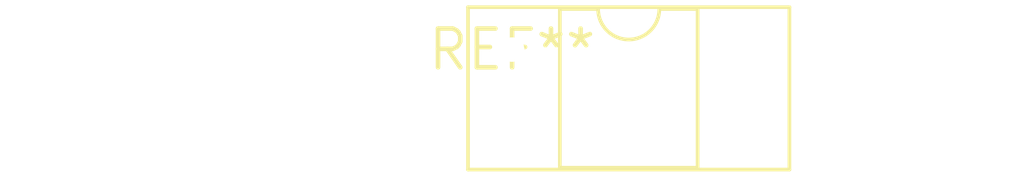
<source format=kicad_pcb>
(kicad_pcb (version 20240108) (generator pcbnew)
  (layers (0 "F.Cu" signal) (31 "B.Cu" signal) (34 "B.Paste" user) (35 "F.Paste" user) (36 "B.SilkS" user "B.Silkscreen") (37 "F.SilkS" user "F.Silkscreen") (38 "B.Mask" user) (39 "F.Mask" user) (44 "Edge.Cuts" user))
  (net 0 "")
  (footprint "DIP-4_W7.62mm_Socket_LongPads" (layer "F.Cu") (at 0 0)
    (property "Reference" "REF**")
    (property "Value" "DIP-4_W7.62mm_Socket_LongPads")
    (fp_line (start -1.44 -1.39) (end -1.44 3.93) (layer "F.SilkS") (stroke (width 0.12)))
    (fp_line (start -1.44 3.93) (end 9.06 3.93) (layer "F.SilkS") (stroke (width 0.12)))
    (fp_line (start 1.56 -1.33) (end 1.56 3.87) (layer "F.SilkS") (stroke (width 0.12)))
    (fp_line (start 1.56 3.87) (end 6.06 3.87) (layer "F.SilkS") (stroke (width 0.12)))
    (fp_line (start 2.81 -1.33) (end 1.56 -1.33) (layer "F.SilkS") (stroke (width 0.12)))
    (fp_line (start 6.06 -1.33) (end 4.81 -1.33) (layer "F.SilkS") (stroke (width 0.12)))
    (fp_line (start 6.06 3.87) (end 6.06 -1.33) (layer "F.SilkS") (stroke (width 0.12)))
    (fp_line (start 9.06 -1.39) (end -1.44 -1.39) (layer "F.SilkS") (stroke (width 0.12)))
    (fp_line (start 9.06 3.93) (end 9.06 -1.39) (layer "F.SilkS") (stroke (width 0.12)))
    (fp_arc (start 4.81 -1.33) (mid 3.81 -0.33) (end 2.81 -1.33) (layer "F.SilkS") (stroke (width 0.12)))
    (pad "1" thru_hole rect (at 0 0) (size 2.4 1.6) (drill 0.8) (layers *.Cu *.Mask) (remove_unused_layers))
    (pad "2" thru_hole oval (at 0 2.54) (size 2.4 1.6) (drill 0.8) (layers *.Cu *.Mask) (remove_unused_layers))
    (pad "3" thru_hole oval (at 7.62 2.54) (size 2.4 1.6) (drill 0.8) (layers *.Cu *.Mask) (remove_unused_layers))
    (pad "4" thru_hole oval (at 7.62 0) (size 2.4 1.6) (drill 0.8) (layers *.Cu *.Mask) (remove_unused_layers))
  )
)
</source>
